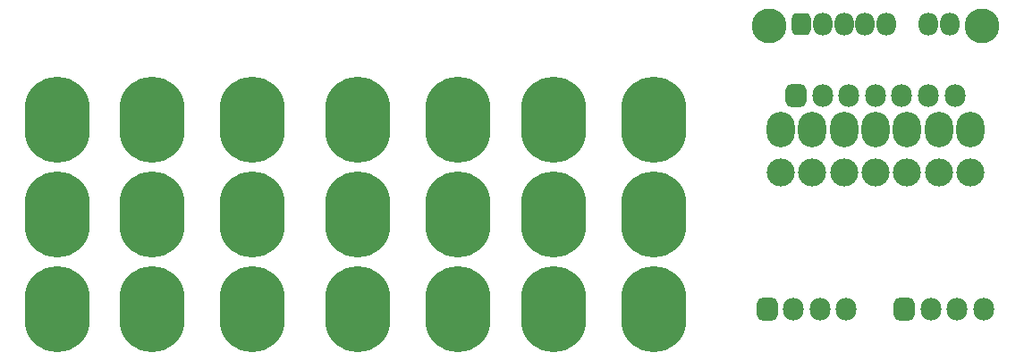
<source format=gbs>
G04*
G04 #@! TF.GenerationSoftware,Altium Limited,Altium Designer,20.1.11 (218)*
G04*
G04 Layer_Color=16711935*
%FSLAX25Y25*%
%MOIN*%
G70*
G04*
G04 #@! TF.SameCoordinates,12770DE6-1CAA-4FEE-BE88-2AEBEB1706B4*
G04*
G04*
G04 #@! TF.FilePolarity,Negative*
G04*
G01*
G75*
%ADD19O,0.10433X0.13189*%
%ADD20C,0.10433*%
%ADD21O,0.07284X0.08465*%
G04:AMPARAMS|DCode=22|XSize=70.87mil|YSize=82.68mil|CornerRadius=18.7mil|HoleSize=0mil|Usage=FLASHONLY|Rotation=0.000|XOffset=0mil|YOffset=0mil|HoleType=Round|Shape=RoundedRectangle|*
%AMROUNDEDRECTD22*
21,1,0.07087,0.04528,0,0,0.0*
21,1,0.03347,0.08268,0,0,0.0*
1,1,0.03740,0.01673,-0.02264*
1,1,0.03740,-0.01673,-0.02264*
1,1,0.03740,-0.01673,0.02264*
1,1,0.03740,0.01673,0.02264*
%
%ADD22ROUNDEDRECTD22*%
G04:AMPARAMS|DCode=23|XSize=129.92mil|YSize=129.92mil|CornerRadius=64.96mil|HoleSize=0mil|Usage=FLASHONLY|Rotation=0.000|XOffset=0mil|YOffset=0mil|HoleType=Round|Shape=RoundedRectangle|*
%AMROUNDEDRECTD23*
21,1,0.12992,0.00000,0,0,0.0*
21,1,0.00000,0.12992,0,0,0.0*
1,1,0.12992,0.00000,0.00000*
1,1,0.12992,0.00000,0.00000*
1,1,0.12992,0.00000,0.00000*
1,1,0.12992,0.00000,0.00000*
%
%ADD23ROUNDEDRECTD23*%
%ADD24O,0.07677X0.08465*%
G04:AMPARAMS|DCode=25|XSize=76.77mil|YSize=84.65mil|CornerRadius=20.67mil|HoleSize=0mil|Usage=FLASHONLY|Rotation=180.000|XOffset=0mil|YOffset=0mil|HoleType=Round|Shape=RoundedRectangle|*
%AMROUNDEDRECTD25*
21,1,0.07677,0.04331,0,0,180.0*
21,1,0.03543,0.08465,0,0,180.0*
1,1,0.04134,-0.01772,0.02165*
1,1,0.04134,0.01772,0.02165*
1,1,0.04134,0.01772,-0.02165*
1,1,0.04134,-0.01772,-0.02165*
%
%ADD25ROUNDEDRECTD25*%
%ADD26O,0.24213X0.32087*%
D19*
X318898Y102362D02*
D03*
X307086D02*
D03*
X295275D02*
D03*
X283465Y102362D02*
D03*
X330709Y102362D02*
D03*
X342520D02*
D03*
X354331D02*
D03*
D20*
X318898Y86614D02*
D03*
X307086D02*
D03*
X295275D02*
D03*
X283465D02*
D03*
X330709D02*
D03*
X342520D02*
D03*
X354331D02*
D03*
D21*
X346457Y141929D02*
D03*
X338583D02*
D03*
X322834D02*
D03*
X314961D02*
D03*
X307086D02*
D03*
X299213D02*
D03*
D22*
X291339D02*
D03*
D23*
X279134Y141142D02*
D03*
X358661D02*
D03*
D24*
X299213Y115157D02*
D03*
X309055D02*
D03*
X318898D02*
D03*
X328740D02*
D03*
X338583D02*
D03*
X348425D02*
D03*
X308071Y35433D02*
D03*
X298228Y35433D02*
D03*
X288386D02*
D03*
X359252D02*
D03*
X349409D02*
D03*
X339567Y35433D02*
D03*
D25*
X289370Y115157D02*
D03*
X278543Y35433D02*
D03*
X329724Y35433D02*
D03*
D26*
X236221Y70866D02*
D03*
Y35433D02*
D03*
Y106299D02*
D03*
X198819Y70866D02*
D03*
Y35433D02*
D03*
Y106299D02*
D03*
X163386Y70866D02*
D03*
Y35433D02*
D03*
Y106299D02*
D03*
X125984D02*
D03*
Y35433D02*
D03*
Y70866D02*
D03*
X86614D02*
D03*
Y35433D02*
D03*
Y106299D02*
D03*
X49213Y70866D02*
D03*
Y35433D02*
D03*
Y106299D02*
D03*
X13780Y70866D02*
D03*
Y35433D02*
D03*
Y106299D02*
D03*
M02*

</source>
